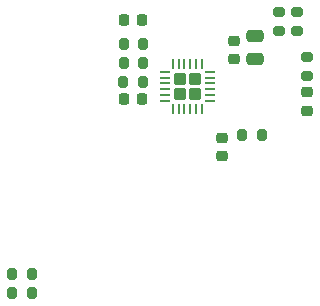
<source format=gbp>
%TF.GenerationSoftware,KiCad,Pcbnew,6.0.9-8da3e8f707~117~ubuntu22.04.1*%
%TF.CreationDate,2022-12-08T12:56:37-05:00*%
%TF.ProjectId,rotary_input_board,726f7461-7279-45f6-996e-7075745f626f,rev?*%
%TF.SameCoordinates,Original*%
%TF.FileFunction,Paste,Bot*%
%TF.FilePolarity,Positive*%
%FSLAX46Y46*%
G04 Gerber Fmt 4.6, Leading zero omitted, Abs format (unit mm)*
G04 Created by KiCad (PCBNEW 6.0.9-8da3e8f707~117~ubuntu22.04.1) date 2022-12-08 12:56:37*
%MOMM*%
%LPD*%
G01*
G04 APERTURE LIST*
G04 Aperture macros list*
%AMRoundRect*
0 Rectangle with rounded corners*
0 $1 Rounding radius*
0 $2 $3 $4 $5 $6 $7 $8 $9 X,Y pos of 4 corners*
0 Add a 4 corners polygon primitive as box body*
4,1,4,$2,$3,$4,$5,$6,$7,$8,$9,$2,$3,0*
0 Add four circle primitives for the rounded corners*
1,1,$1+$1,$2,$3*
1,1,$1+$1,$4,$5*
1,1,$1+$1,$6,$7*
1,1,$1+$1,$8,$9*
0 Add four rect primitives between the rounded corners*
20,1,$1+$1,$2,$3,$4,$5,0*
20,1,$1+$1,$4,$5,$6,$7,0*
20,1,$1+$1,$6,$7,$8,$9,0*
20,1,$1+$1,$8,$9,$2,$3,0*%
G04 Aperture macros list end*
%ADD10RoundRect,0.200000X-0.200000X-0.275000X0.200000X-0.275000X0.200000X0.275000X-0.200000X0.275000X0*%
%ADD11RoundRect,0.200000X0.275000X-0.200000X0.275000X0.200000X-0.275000X0.200000X-0.275000X-0.200000X0*%
%ADD12RoundRect,0.225000X-0.250000X0.225000X-0.250000X-0.225000X0.250000X-0.225000X0.250000X0.225000X0*%
%ADD13RoundRect,0.200000X-0.275000X0.200000X-0.275000X-0.200000X0.275000X-0.200000X0.275000X0.200000X0*%
%ADD14RoundRect,0.250000X0.275000X0.275000X-0.275000X0.275000X-0.275000X-0.275000X0.275000X-0.275000X0*%
%ADD15RoundRect,0.062500X0.350000X0.062500X-0.350000X0.062500X-0.350000X-0.062500X0.350000X-0.062500X0*%
%ADD16RoundRect,0.062500X0.062500X0.350000X-0.062500X0.350000X-0.062500X-0.350000X0.062500X-0.350000X0*%
%ADD17RoundRect,0.225000X0.225000X0.250000X-0.225000X0.250000X-0.225000X-0.250000X0.225000X-0.250000X0*%
%ADD18RoundRect,0.200000X0.200000X0.275000X-0.200000X0.275000X-0.200000X-0.275000X0.200000X-0.275000X0*%
%ADD19RoundRect,0.225000X0.250000X-0.225000X0.250000X0.225000X-0.250000X0.225000X-0.250000X-0.225000X0*%
%ADD20RoundRect,0.250000X0.475000X-0.250000X0.475000X0.250000X-0.475000X0.250000X-0.475000X-0.250000X0*%
G04 APERTURE END LIST*
D10*
%TO.C,R12*%
X144600000Y-98000000D03*
X146250000Y-98000000D03*
%TD*%
D11*
%TO.C,R14*%
X159250000Y-95325000D03*
X159250000Y-93675000D03*
%TD*%
D12*
%TO.C,C4*%
X160100000Y-100500000D03*
X160100000Y-102050000D03*
%TD*%
D13*
%TO.C,R10*%
X160100000Y-97475000D03*
X160100000Y-99125000D03*
%TD*%
D14*
%TO.C,U1*%
X150650000Y-100650000D03*
X150650000Y-99350000D03*
X149350000Y-99350000D03*
X149350000Y-100650000D03*
D15*
X151937500Y-98750000D03*
X151937500Y-99250000D03*
X151937500Y-99750000D03*
X151937500Y-100250000D03*
X151937500Y-100750000D03*
X151937500Y-101250000D03*
D16*
X151250000Y-101937500D03*
X150750000Y-101937500D03*
X150250000Y-101937500D03*
X149750000Y-101937500D03*
X149250000Y-101937500D03*
X148750000Y-101937500D03*
D15*
X148062500Y-101250000D03*
X148062500Y-100750000D03*
X148062500Y-100250000D03*
X148062500Y-99750000D03*
X148062500Y-99250000D03*
X148062500Y-98750000D03*
D16*
X148750000Y-98062500D03*
X149250000Y-98062500D03*
X149750000Y-98062500D03*
X150250000Y-98062500D03*
X150750000Y-98062500D03*
X151250000Y-98062500D03*
%TD*%
D17*
%TO.C,C6*%
X146175000Y-94400000D03*
X144625000Y-94400000D03*
%TD*%
D10*
%TO.C,R7*%
X135175000Y-117500000D03*
X136825000Y-117500000D03*
%TD*%
D12*
%TO.C,C3*%
X152908000Y-104381000D03*
X152908000Y-105931000D03*
%TD*%
D10*
%TO.C,R11*%
X144550000Y-99600000D03*
X146200000Y-99600000D03*
%TD*%
%TO.C,R6*%
X144600000Y-96400000D03*
X146250000Y-96400000D03*
%TD*%
D18*
%TO.C,R9*%
X156273000Y-104140000D03*
X154623000Y-104140000D03*
%TD*%
D19*
%TO.C,C1*%
X153900000Y-97675000D03*
X153900000Y-96125000D03*
%TD*%
D13*
%TO.C,R13*%
X157750000Y-93675000D03*
X157750000Y-95325000D03*
%TD*%
D17*
%TO.C,C5*%
X146175000Y-101100000D03*
X144625000Y-101100000D03*
%TD*%
D10*
%TO.C,R8*%
X135175000Y-115900000D03*
X136825000Y-115900000D03*
%TD*%
D20*
%TO.C,C2*%
X155700000Y-97650000D03*
X155700000Y-95750000D03*
%TD*%
M02*

</source>
